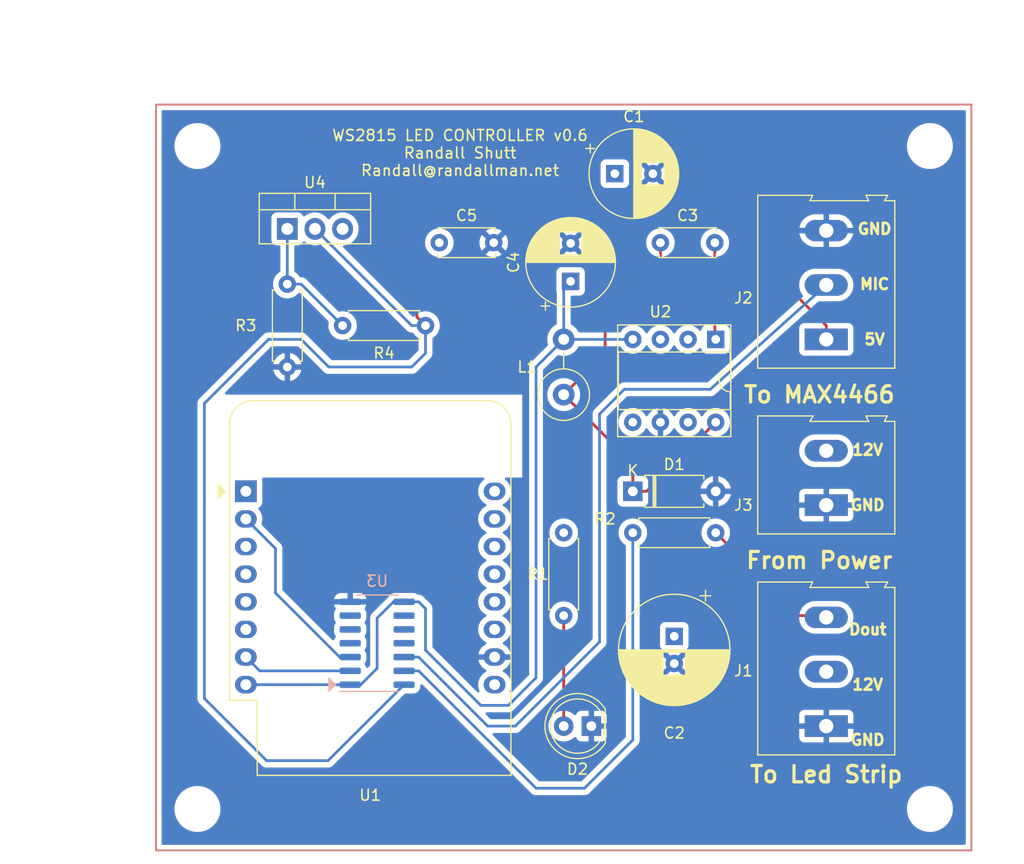
<source format=kicad_pcb>
(kicad_pcb (version 20211014) (generator pcbnew)
  (layers (0 "F.Cu" signal) (31 "B.Cu" signal) (34 "B.Paste" user) (35 "F.Paste" user) (36 "B.SilkS" user "B.Silkscreen") (37 "F.SilkS" user "F.Silkscreen") (38 "B.Mask" user) (39 "F.Mask" user) (44 "Edge.Cuts" user))
  (net 0 "")
  (net 1 "GND")
  (net 2 "12VDC")
  (net 3 "Net-(C3-Pad2)")
  (net 4 "Net-(C3-Pad1)")
  (net 5 "3V3DC")
  (net 6 "Net-(D2-Pad2)")
  (net 7 "Net-(J1-Pad3)")
  (net 8 "Net-(J2-Pad2)")
  (net 9 "5VDC")
  (net 10 "Net-(R2-Pad2)")
  (net 11 "Net-(R3-Pad1)")
  (net 12 "Net-(U1-Pad16)")
  (net 13 "Net-(U1-Pad15)")
  (net 14 "Net-(U1-Pad14)")
  (net 15 "Net-(U1-Pad13)")
  (net 16 "Net-(U1-Pad12)")
  (net 17 "Net-(U1-Pad11)")
  (net 18 "Net-(U1-Pad9)")
  (net 19 "Net-(U1-Pad7)")
  (net 20 "Net-(U1-Pad6)")
  (net 21 "Net-(U1-Pad5)")
  (net 22 "Net-(U1-Pad4)")
  (net 23 "Net-(U1-Pad3)")
  (net 24 "Net-(U1-Pad1)")
  (net 25 "Net-(U1-Pad2)")
  (net 26 "Net-(U2-Pad3)")
  (net 27 "Net-(U2-Pad2)")
  (net 28 "Net-(U2-Pad5)")
  (net 29 "Net-(U3-Pad11)")
  (net 30 "Net-(U3-Pad10)")
  (net 31 "Net-(U3-Pad9)")
  (net 32 "Net-(U3-Pad6)")
  (net 33 "Net-(U3-Pad5)")
  (net 34 "Net-(U3-Pad4)")
  (footprint "Capacitor_THT:CP_Radial_D10.0mm_P2.50mm" (layer "F.Cu") (at 172.72 109.855 -90)
    (fp_text reference "C2" (at 8.89 0 180) (layer "F.SilkS"))
    (fp_text value "1000uF")
    (pad "1" thru_hole rect locked (at 0 0 270) (size 1.6 1.6) (drill 0.8) (layers *.Cu *.Mask) (net 2 "12VDC"))
    (pad "2" thru_hole circle locked (at 2.5 0 270) (size 1.6 1.6) (drill 0.8) (layers *.Cu *.Mask) (net 1 "GND"))
  )
  (footprint "Capacitor_THT:C_Disc_D5.0mm_W2.5mm_P5.00mm" (layer "F.Cu") (at 171.45 73.66)
    (fp_text reference "C3" (at 2.5 -2.5) (layer "F.SilkS"))
    (fp_text value "0.01uF")
    (pad "1" thru_hole circle locked (at 0 0) (size 1.6 1.6) (drill 0.8) (layers *.Cu *.Mask) (net 4 "Net-(C3-Pad1)"))
    (pad "2" thru_hole circle locked (at 5 0) (size 1.6 1.6) (drill 0.8) (layers *.Cu *.Mask) (net 3 "Net-(C3-Pad2)"))
  )
  (footprint "Capacitor_THT:CP_Radial_D8.0mm_P3.50mm" (layer "F.Cu") (at 163.195 77.217651 90)
    (fp_text reference "C4" (at 1.75 -5.25 90) (layer "F.SilkS"))
    (fp_text value "100uF OSCON-SEP")
    (pad "1" thru_hole rect locked (at 0 0 90) (size 1.6 1.6) (drill 0.8) (layers *.Cu *.Mask) (net 5 "3V3DC"))
    (pad "2" thru_hole circle locked (at 3.5 0 90) (size 1.6 1.6) (drill 0.8) (layers *.Cu *.Mask) (net 1 "GND"))
  )
  (footprint "LED_THT:LED_D5.0mm_Clear" (layer "F.Cu") (at 165.1 118.11 180)
    (fp_text reference "D2" (at 1.27 -3.96) (layer "F.SilkS"))
    (fp_text value "LED")
    (pad "1" thru_hole rect locked (at 0 0 180) (size 1.8 1.8) (drill 0.9) (layers *.Cu *.Mask) (net 1 "GND"))
    (pad "2" thru_hole circle locked (at 2.54 0 180) (size 1.8 1.8) (drill 0.9) (layers *.Cu *.Mask) (net 6 "Net-(D2-Pad2)"))
  )
  (footprint "TerminalBlock:TerminalBlock_Altech_AK300-3_P5.00mm" (layer "F.Cu") (at 186.69 118.11 90)
    (fp_text reference "J1" (at 5.08 -7.62 180) (layer "F.SilkS"))
    (fp_text value "Terminal to WS2815 12V Strips (300 x 2)")
    (pad "1" thru_hole rect locked (at 0 0 90) (size 1.98 3.96) (drill 1.32) (layers *.Cu *.Mask) (net 1 "GND"))
    (pad "2" thru_hole oval locked (at 5 0 90) (size 1.98 3.96) (drill 1.32) (layers *.Cu *.Mask) (net 2 "12VDC"))
    (pad "3" thru_hole oval locked (at 10 0 90) (size 1.98 3.96) (drill 1.32) (layers *.Cu *.Mask) (net 7 "Net-(J1-Pad3)"))
  )
  (footprint "TerminalBlock:TerminalBlock_Altech_AK300-3_P5.00mm" (layer "F.Cu") (at 186.69 82.55 90)
    (fp_text reference "J2" (at 3.81 -7.62 180) (layer "F.SilkS"))
    (fp_text value "Terminal to MAX4466")
    (pad "1" thru_hole rect locked (at 0 0 90) (size 1.98 3.96) (drill 1.32) (layers *.Cu *.Mask) (net 9 "5VDC"))
    (pad "2" thru_hole oval locked (at 5 0 90) (size 1.98 3.96) (drill 1.32) (layers *.Cu *.Mask) (net 8 "Net-(J2-Pad2)"))
    (pad "3" thru_hole oval locked (at 10 0 90) (size 1.98 3.96) (drill 1.32) (layers *.Cu *.Mask) (net 1 "GND"))
  )
  (footprint "TerminalBlock:TerminalBlock_Altech_AK300-2_P5.00mm" (layer "F.Cu") (at 186.69 97.79 90)
    (fp_text reference "J3" (at 0 -7.62 180) (layer "F.SilkS"))
    (fp_text value "Terminal PWR")
    (pad "1" thru_hole rect locked (at 0 0 90) (size 1.98 3.96) (drill 1.32) (layers *.Cu *.Mask) (net 1 "GND"))
    (pad "2" thru_hole oval locked (at 5 0 90) (size 1.98 3.96) (drill 1.32) (layers *.Cu *.Mask) (net 2 "12VDC"))
  )
  (footprint "Inductor_THT:L_Axial_L14.0mm_D4.5mm_P5.08mm_Vertical_Fastron_LACC" (layer "F.Cu") (at 162.56 87.63 90)
    (fp_text reference "L1" (at 2.54 -3.37) (layer "F.SilkS"))
    (fp_text value "68uH B78148E")
    (pad "1" thru_hole circle locked (at 0 0 90) (size 2 2) (drill 1) (layers *.Cu *.Mask) (net 4 "Net-(C3-Pad1)"))
    (pad "2" thru_hole oval locked (at 5.08 0 90) (size 2 2) (drill 1) (layers *.Cu *.Mask) (net 5 "3V3DC"))
  )
  (footprint "Resistor_THT:R_Axial_DIN0207_L6.3mm_D2.5mm_P7.62mm_Horizontal" (layer "F.Cu") (at 142.24 81.28)
    (fp_text reference "R4" (at 3.81 2.54 180) (layer "F.SilkS"))
    (fp_text value "330")
    (pad "1" thru_hole circle locked (at 0 0) (size 1.6 1.6) (drill 0.8) (layers *.Cu *.Mask) (net 11 "Net-(R3-Pad1)"))
    (pad "2" thru_hole oval locked (at 7.62 0) (size 1.6 1.6) (drill 0.8) (layers *.Cu *.Mask) (net 9 "5VDC"))
  )
  (footprint "Package_DIP:DIP-8_W7.62mm_Socket" (layer "F.Cu") (at 176.53 82.55 -90)
    (fp_text reference "U2" (at -2.54 5.08 180) (layer "F.SilkS"))
    (fp_text value "LM2674N-3.3/NOPB")
    (pad "1" thru_hole rect locked (at 0 0 270) (size 1.6 1.6) (drill 0.8) (layers *.Cu *.Mask) (net 3 "Net-(C3-Pad2)"))
    (pad "2" thru_hole oval locked (at 0 2.54 270) (size 1.6 1.6) (drill 0.8) (layers *.Cu *.Mask) (net 27 "Net-(U2-Pad2)"))
    (pad "3" thru_hole oval locked (at 0 5.08 270) (size 1.6 1.6) (drill 0.8) (layers *.Cu *.Mask) (net 26 "Net-(U2-Pad3)"))
    (pad "4" thru_hole oval locked (at 0 7.62 270) (size 1.6 1.6) (drill 0.8) (layers *.Cu *.Mask) (net 5 "3V3DC"))
    (pad "5" thru_hole oval locked (at 7.62 7.62 270) (size 1.6 1.6) (drill 0.8) (layers *.Cu *.Mask) (net 28 "Net-(U2-Pad5)"))
    (pad "6" thru_hole oval locked (at 7.62 5.08 270) (size 1.6 1.6) (drill 0.8) (layers *.Cu *.Mask) (net 1 "GND"))
    (pad "7" thru_hole oval locked (at 7.62 2.54 270) (size 1.6 1.6) (drill 0.8) (layers *.Cu *.Mask) (net 2 "12VDC"))
    (pad "8" thru_hole oval locked (at 7.62 0 270) (size 1.6 1.6) (drill 0.8) (layers *.Cu *.Mask) (net 4 "Net-(C3-Pad1)"))
  )
  (footprint "Resistor_THT:R_Axial_DIN0207_L6.3mm_D2.5mm_P7.62mm_Horizontal" (layer "F.Cu") (at 137.16 77.47 -90)
    (fp_text reference "R3" (at 3.81 3.81 180) (layer "F.SilkS"))
    (fp_text value "1000")
    (pad "1" thru_hole circle locked (at 0 0 270) (size 1.6 1.6) (drill 0.8) (layers *.Cu *.Mask) (net 11 "Net-(R3-Pad1)"))
    (pad "2" thru_hole oval locked (at 7.62 0 270) (size 1.6 1.6) (drill 0.8) (layers *.Cu *.Mask) (net 1 "GND"))
  )
  (footprint "Resistor_THT:R_Axial_DIN0207_L6.3mm_D2.5mm_P7.62mm_Horizontal" (layer "F.Cu") (at 176.53 100.33 180)
    (fp_text reference "R2" (at 10.16 1.27 180) (layer "F.SilkS"))
    (fp_text value "390")
    (pad "1" thru_hole circle locked (at 0 0 180) (size 1.6 1.6) (drill 0.8) (layers *.Cu *.Mask) (net 7 "Net-(J1-Pad3)"))
    (pad "2" thru_hole oval locked (at 7.62 0 180) (size 1.6 1.6) (drill 0.8) (layers *.Cu *.Mask) (net 10 "Net-(R2-Pad2)"))
  )
  (footprint "Capacitor_THT:CP_Radial_D8.0mm_P3.50mm" (layer "F.Cu") (at 167.257349 67.31)
    (fp_text reference "C1" (at 1.75 -5.25) (layer "F.SilkS"))
    (fp_text value "100uF OSCON-SEP")
    (pad "1" thru_hole rect locked (at 0 0) (size 1.6 1.6) (drill 0.8) (layers *.Cu *.Mask) (net 2 "12VDC"))
    (pad "2" thru_hole circle locked (at 3.5 0) (size 1.6 1.6) (drill 0.8) (layers *.Cu *.Mask) (net 1 "GND"))
  )
  (footprint "Diode_THT:D_A-405_P7.62mm_Horizontal" (layer "F.Cu") (at 168.91 96.52)
    (fp_text reference "D1" (at 3.81 -2.47) (layer "F.SilkS"))
    (fp_text value "11DQ05TA")
    (fp_text user "K" (at 0 -1.9) (layer "F.SilkS"))
    (pad "1" thru_hole rect locked (at 0 0) (size 1.8 1.8) (drill 0.9) (layers *.Cu *.Mask) (net 4 "Net-(C3-Pad1)"))
    (pad "2" thru_hole oval locked (at 7.62 0) (size 1.8 1.8) (drill 0.9) (layers *.Cu *.Mask) (net 1 "GND"))
  )
  (footprint "Capacitor_THT:C_Disc_D5.0mm_W2.5mm_P5.00mm" (layer "F.Cu") (at 151.13 73.66)
    (fp_text reference "C5" (at 2.5 -2.5) (layer "F.SilkS"))
    (fp_text value "0.1uF")
    (pad "1" thru_hole circle locked (at 0 0) (size 1.6 1.6) (drill 0.8) (layers *.Cu *.Mask) (net 2 "12VDC"))
    (pad "2" thru_hole circle locked (at 5 0) (size 1.6 1.6) (drill 0.8) (layers *.Cu *.Mask) (net 1 "GND"))
  )
  (footprint "Module:WEMOS_D1_mini_light" (layer "F.Cu") (at 133.35 96.52)
    (fp_text reference "U1" (at 11.43 27.94) (layer "F.SilkS"))
    (fp_text value "WeMos_D1_mini")
    (pad "1" thru_hole rect locked (at 0 0) (size 2 2) (drill 1) (layers *.Cu *.Mask) (net 24 "Net-(U1-Pad1)"))
    (pad "2" thru_hole oval locked (at 0 2.54) (size 2 1.6) (drill 1) (layers *.Cu *.Mask) (net 25 "Net-(U1-Pad2)"))
    (pad "3" thru_hole oval locked (at 0 5.08) (size 2 1.6) (drill 1) (layers *.Cu *.Mask) (net 23 "Net-(U1-Pad3)"))
    (pad "4" thru_hole oval locked (at 0 7.62) (size 2 1.6) (drill 1) (layers *.Cu *.Mask) (net 22 "Net-(U1-Pad4)"))
    (pad "5" thru_hole oval locked (at 0 10.16) (size 2 1.6) (drill 1) (layers *.Cu *.Mask) (net 21 "Net-(U1-Pad5)"))
    (pad "6" thru_hole oval locked (at 0 12.7) (size 2 1.6) (drill 1) (layers *.Cu *.Mask) (net 20 "Net-(U1-Pad6)"))
    (pad "7" thru_hole oval locked (at 0 15.24) (size 2 1.6) (drill 1) (layers *.Cu *.Mask) (net 19 "Net-(U1-Pad7)"))
    (pad "8" thru_hole oval locked (at 0 17.78) (size 2 1.6) (drill 1) (layers *.Cu *.Mask) (net 5 "3V3DC"))
    (pad "9" thru_hole oval locked (at 22.86 17.78) (size 2 1.6) (drill 1) (layers *.Cu *.Mask) (net 18 "Net-(U1-Pad9)"))
    (pad "10" thru_hole oval locked (at 22.86 15.24) (size 2 1.6) (drill 1) (layers *.Cu *.Mask) (net 1 "GND"))
    (pad "11" thru_hole oval locked (at 22.86 12.7) (size 2 1.6) (drill 1) (layers *.Cu *.Mask) (net 17 "Net-(U1-Pad11)"))
    (pad "12" thru_hole oval locked (at 22.86 10.16) (size 2 1.6) (drill 1) (layers *.Cu *.Mask) (net 16 "Net-(U1-Pad12)"))
    (pad "13" thru_hole oval locked (at 22.86 7.62) (size 2 1.6) (drill 1) (layers *.Cu *.Mask) (net 15 "Net-(U1-Pad13)"))
    (pad "14" thru_hole oval locked (at 22.86 5.08) (size 2 1.6) (drill 1) (layers *.Cu *.Mask) (net 14 "Net-(U1-Pad14)"))
    (pad "15" thru_hole oval locked (at 22.86 2.54) (size 2 1.6) (drill 1) (layers *.Cu *.Mask) (net 13 "Net-(U1-Pad15)"))
    (pad "16" thru_hole oval locked (at 22.86 0) (size 2 1.6) (drill 1) (layers *.Cu *.Mask) (net 12 "Net-(U1-Pad16)"))
  )
  (footprint "Package_TO_SOT_THT:TO-220-3_Vertical" (layer "F.Cu") (at 137.16 72.39)
    (fp_text reference "U4" (at 2.54 -4.27) (layer "F.SilkS"))
    (fp_text value "LM317_TO-220")
    (pad "1" thru_hole rect locked (at 0 0) (size 1.905 2) (drill 1.1) (layers *.Cu *.Mask) (net 11 "Net-(R3-Pad1)"))
    (pad "2" thru_hole oval locked (at 2.54 0) (size 1.905 2) (drill 1.1) (layers *.Cu *.Mask) (net 9 "5VDC"))
    (pad "3" thru_hole oval locked (at 5.08 0) (size 1.905 2) (drill 1.1) (layers *.Cu *.Mask) (net 2 "12VDC"))
  )
  (footprint "Resistor_THT:R_Axial_DIN0207_L6.3mm_D2.5mm_P7.62mm_Horizontal" (layer "F.Cu") (at 162.56 107.95 90)
    (fp_text reference "R1" (at 3.81 -2.37 180) (layer "F.SilkS"))
    (fp_text value "390")
    (pad "1" thru_hole circle locked (at 0 0 90) (size 1.6 1.6) (drill 0.8) (layers *.Cu *.Mask) (net 6 "Net-(D2-Pad2)"))
    (pad "2" thru_hole oval locked (at 7.62 0 90) (size 1.6 1.6) (drill 0.8) (layers *.Cu *.Mask) (net 2 "12VDC"))
  )
  (footprint "MountingHole:MountingHole_3.2mm_M3" (layer "F.Cu") (at 196.215 64.77)
    (fp_text reference "U5" hide)
    (fp_text value "MOUNTINGHOLE3.0THIN")
    (pad "" np_thru_hole circle locked (at 0 0) (size 3.2 3.2) (drill 3.2) (layers *.Cu *.Mask))
  )
  (footprint "MountingHole:MountingHole_3.2mm_M3" (layer "F.Cu") (at 196.215 125.73)
    (fp_text reference "U6" hide)
    (fp_text value "MOUNTINGHOLE3.0THIN")
    (pad "" np_thru_hole circle locked (at 0 0) (size 3.2 3.2) (drill 3.2) (layers *.Cu *.Mask))
  )
  (footprint "MountingHole:MountingHole_3.2mm_M3" (layer "F.Cu") (at 128.905 64.77)
    (fp_text reference "U7" hide)
    (fp_text value "MOUNTINGHOLE3.0THIN")
    (pad "" np_thru_hole circle locked (at 0 0) (size 3.2 3.2) (drill 3.2) (layers *.Cu *.Mask))
  )
  (footprint "MountingHole:MountingHole_3.2mm_M3" (layer "F.Cu") (at 128.905 125.73)
    (fp_text reference "U8" hide)
    (fp_text value "MOUNTINGHOLE3.0THIN")
    (pad "" np_thru_hole circle locked (at 0 0) (size 3.2 3.2) (drill 3.2) (layers *.Cu *.Mask))
  )
  (footprint "Package_SO:SOIC-14_3.9x8.7mm_P1.27mm" (layer "B.Cu") (at 145.415 110.49)
    (fp_text reference "U3" (at 0 -5.715 180) (layer "B.SilkS") (effects (justify mirror)))
    (fp_text value "TXB0104D")
    (pad "1" smd roundrect locked (at -2.475 3.81) (size 1.95 0.6) (layers "B.Cu" "B.Paste" "B.Mask") (net 5 "3V3DC"))
    (pad "2" smd roundrect locked (at -2.475 2.54) (size 1.95 0.6) (layers "B.Cu" "B.Paste" "B.Mask") (net 19 "Net-(U1-Pad7)"))
    (pad "3" smd roundrect locked (at -2.475 1.27) (size 1.95 0.6) (layers "B.Cu" "B.Paste" "B.Mask") (net 25 "Net-(U1-Pad2)"))
    (pad "4" smd roundrect locked (at -2.475 0) (size 1.95 0.6) (layers "B.Cu" "B.Paste" "B.Mask") (net 34 "Net-(U3-Pad4)"))
    (pad "5" smd roundrect locked (at -2.475 -1.27) (size 1.95 0.6) (layers "B.Cu" "B.Paste" "B.Mask") (net 33 "Net-(U3-Pad5)"))
    (pad "6" smd roundrect locked (at -2.475 -2.54) (size 1.95 0.6) (layers "B.Cu" "B.Paste" "B.Mask") (net 32 "Net-(U3-Pad6)"))
    (pad "7" smd roundrect locked (at -2.475 -3.81) (size 1.95 0.6) (layers "B.Cu" "B.Paste" "B.Mask") (net 1 "GND"))
    (pad "8" smd roundrect locked (at 2.475 -3.81) (size 1.95 0.6) (layers "B.Cu" "B.Paste" "B.Mask") (net 5 "3V3DC"))
    (pad "9" smd roundrect locked (at 2.475 -2.54) (size 1.95 0.6) (layers "B.Cu" "B.Paste" "B.Mask") (net 31 "Net-(U3-Pad9)"))
    (pad "10" smd roundrect locked (at 2.475 -1.27) (size 1.95 0.6) (layers "B.Cu" "B.Paste" "B.Mask") (net 30 "Net-(U3-Pad10)"))
    (pad "11" smd roundrect locked (at 2.475 0) (size 1.95 0.6) (layers "B.Cu" "B.Paste" "B.Mask") (net 29 "Net-(U3-Pad11)"))
    (pad "12" smd roundrect locked (at 2.475 1.27) (size 1.95 0.6) (layers "B.Cu" "B.Paste" "B.Mask") (net 8 "Net-(J2-Pad2)"))
    (pad "13" smd roundrect locked (at 2.475 2.54) (size 1.95 0.6) (layers "B.Cu" "B.Paste" "B.Mask") (net 10 "Net-(R2-Pad2)"))
    (pad "14" smd roundrect locked (at 2.475 3.81) (size 1.95 0.6) (layers "B.Cu" "B.Paste" "B.Mask") (net 9 "5VDC"))
  )
  (gr_line (start 200.025 129.54) (end 200.025 60.96) (layer "F.Cu") (width 0.15))
  (gr_line (start 200.025 60.96) (end 125.095 60.96) (layer "F.Cu") (width 0.15))
  (gr_line (start 125.095 129.54) (end 200.025 129.54) (layer "F.Cu") (width 0.15))
  (gr_line (start 125.095 60.96) (end 125.095 129.54) (layer "F.Cu") (width 0.15))
  (gr_poly (pts (xy 141.605 114.3) (xy 140.97 114.935) (xy 140.97 113.665)) (layer "B.SilkS") (width 0.1) (fill solid))
  (gr_line (start 125.095 60.96) (end 200.025 60.96) (layer "Edge.Cuts") (width 0.05))
  (gr_line (start 200.025 60.96) (end 200.025 129.54) (layer "Edge.Cuts") (width 0.05))
  (gr_line (start 125.095 129.54) (end 125.095 60.96) (layer "Edge.Cuts") (width 0.05))
  (gr_line (start 200.025 129.54) (end 125.095 129.54) (layer "Edge.Cuts") (width 0.05))
  (gr_text "12V" (at 190.5 114.3) (layer "F.SilkS") (effects (font (size 1 1) (thickness 0.25))))
  (gr_text "GND" (at 190.5 119.38) (layer "F.SilkS") (effects (font (size 1 1) (thickness 0.25))))
  (gr_text "GND" (at 191.135 72.39) (layer "F.SilkS") (effects (font (size 1 1) (thickness 0.25))))
  (gr_text "12V" (at 190.5 92.71) (layer "F.SilkS") (effects (font (size 1 1) (thickness 0.25))))
  (gr_text "GND" (at 190.5 97.79) (layer "F.SilkS") (effects (font (size 1 1) (thickness 0.25))))
  (gr_text "From Power" (at 186.055 102.87) (layer "F.SilkS") (effects (font (size 1.5 1.5) (thickness 0.3))))
  (gr_text "MIC" (at 191.135 77.47) (layer "F.SilkS") (effects (font (size 1 1) (thickness 0.25))))
  (gr_text "5V" (at 191.135 82.55) (layer "F.SilkS") (effects (font (size 1 1) (thickness 0.25))))
  (gr_text "To MAX4466" (at 186.055 87.63) (layer "F.SilkS") (effects (font (size 1.5 1.5) (thickness 0.3))))
  (gr_text "WS2815 LED CONTROLLER v0.6\nRandall Shutt\nRandall@randallman.net" (at 153.035 65.405) (layer "F.SilkS") (effects (font (size 1 1))))
  (gr_text "To Led Strip" (at 186.69 122.555) (layer "F.SilkS") (effects (font (size 1.5 1.5) (thickness 0.3))))
  (gr_text "Dout" (at 190.5 109.22) (layer "F.SilkS") (effects (font (size 1 1) (thickness 0.25))))
  (segment (start 176.45 73.66) (end 176.45 82.47) (width 0.25) (layer "F.Cu") (net 3))
  (segment (start 176.45 82.47) (end 176.53 82.55) (width 0.25) (layer "F.Cu") (net 3))
  (segment (start 166.37 80.645) (end 166.37 83.82) (width 0.25) (layer "F.Cu") (net 4))
  (segment (start 170.18 96.52) (end 168.91 96.52) (width 0.25) (layer "F.Cu") (net 4))
  (segment (start 171.45 73.66) (end 171.45 75.565) (width 0.25) (layer "F.Cu") (net 4))
  (segment (start 168.91 93.98) (end 162.56 87.63) (width 0.25) (layer "F.Cu") (net 4))
  (segment (start 176.53 90.17) (end 170.18 96.52) (width 0.25) (layer "F.Cu") (net 4))
  (segment (start 168.91 96.52) (end 168.91 93.98) (width 0.25) (layer "F.Cu") (net 4))
  (segment (start 166.37 83.82) (end 162.56 87.63) (width 0.25) (layer "F.Cu") (net 4))
  (segment (start 171.45 75.565) (end 166.37 80.645) (width 0.25) (layer "F.Cu") (net 4))
  (segment (start 146.915 106.68) (end 147.89 106.68) (width 0.25) (layer "B.Cu") (net 5))
  (segment (start 162.56 77.852651) (end 163.195 77.217651) (width 0.25) (layer "B.Cu") (net 5))
  (segment (start 145.415 112.8) (end 143.915 114.3) (width 0.25) (layer "B.Cu") (net 5))
  (segment (start 162.56 82.55) (end 162.56 77.852651) (width 0.25) (layer "B.Cu") (net 5))
  (segment (start 154.94 116.205) (end 149.86 111.125) (width 0.25) (layer "B.Cu") (net 5))
  (segment (start 160.02 85.09) (end 160.02 113.665) (width 0.25) (layer "B.Cu") (net 5))
  (segment (start 149.86 107.315) (end 149.225 106.68) (width 0.25) (layer "B.Cu") (net 5))
  (segment (start 168.91 82.55) (end 162.56 82.55) (width 0.25) (layer "B.Cu") (net 5))
  (segment (start 149.225 106.68) (end 147.89 106.68) (width 0.25) (layer "B.Cu") (net 5))
  (segment (start 145.415 108.18) (end 145.415 112.8) (width 0.25) (layer "B.Cu") (net 5))
  (segment (start 162.56 82.55) (end 160.02 85.09) (width 0.25) (layer "B.Cu") (net 5))
  (segment (start 158.115 115.57) (end 157.48 116.205) (width 0.25) (layer "B.Cu") (net 5))
  (segment (start 157.48 116.205) (end 154.94 116.205) (width 0.25) (layer "B.Cu") (net 5))
  (segment (start 149.86 111.125) (end 149.86 107.315) (width 0.25) (layer "B.Cu") (net 5))
  (segment (start 143.915 114.3) (end 142.94 114.3) (width 0.25) (layer "B.Cu") (net 5))
  (segment (start 142.94 114.3) (end 133.35 114.3) (width 0.25) (layer "B.Cu") (net 5))
  (segment (start 160.02 113.665) (end 157.48 116.205) (width 0.25) (layer "B.Cu") (net 5))
  (segment (start 145.415 108.18) (end 146.915 106.68) (width 0.25) (layer "B.Cu") (net 5))
  (segment (start 162.56 107.95) (end 162.56 118.11) (width 0.25) (layer "F.Cu") (net 6))
  (segment (start 184.15 107.95) (end 176.53 100.33) (width 0.25) (layer "F.Cu") (net 7))
  (segment (start 186.53 107.95) (end 186.69 108.11) (width 0.25) (layer "F.Cu") (net 7))
  (segment (start 184.15 107.95) (end 186.53 107.95) (width 0.25) (layer "F.Cu") (net 7))
  (segment (start 149.225 111.76) (end 147.89 111.76) (width 0.25) (layer "B.Cu") (net 8))
  (segment (start 186.69 77.55) (end 176.040222 87.140222) (width 0.25) (layer "B.Cu") (net 8))
  (segment (start 158.115 118.11) (end 155.575 118.11) (width 0.25) (layer "B.Cu") (net 8))
  (segment (start 165.854999 89.415001) (end 165.854999 110.370001) (width 0.25) (layer "B.Cu") (net 8))
  (segment (start 168.129778 87.140222) (end 165.854999 89.415001) (width 0.25) (layer "B.Cu") (net 8))
  (segment (start 148.865 111.76) (end 147.89 111.76) (width 0.25) (layer "B.Cu") (net 8))
  (segment (start 176.040222 87.140222) (end 168.129778 87.140222) (width 0.25) (layer "B.Cu") (net 8))
  (segment (start 155.575 118.11) (end 149.225 111.76) (width 0.25) (layer "B.Cu") (net 8))
  (segment (start 165.854999 110.370001) (end 158.115 118.11) (width 0.25) (layer "B.Cu") (net 8))
  (segment (start 182.245 76.835) (end 182.245 68.58) (width 0.25) (layer "F.Cu") (net 9))
  (segment (start 182.245 68.58) (end 176.53 62.865) (width 0.25) (layer "F.Cu") (net 9))
  (segment (start 149.86 68.58) (end 149.060001 69.379999) (width 0.25) (layer "F.Cu") (net 9))
  (segment (start 149.060001 80.480001) (end 149.86 81.28) (width 0.25) (layer "F.Cu") (net 9))
  (segment (start 162.56 68.58) (end 149.86 68.58) (width 0.25) (layer "F.Cu") (net 9))
  (segment (start 168.275 62.865) (end 162.56 68.58) (width 0.25) (layer "F.Cu") (net 9))
  (segment (start 186.69 82.55) (end 186.69 81.28) (width 0.25) (layer "F.Cu") (net 9))
  (segment (start 186.69 81.28) (end 182.245 76.835) (width 0.25) (layer "F.Cu") (net 9))
  (segment (start 149.060001 69.379999) (end 149.060001 80.480001) (width 0.25) (layer "F.Cu") (net 9))
  (segment (start 176.53 62.865) (end 168.275 62.865) (width 0.25) (layer "F.Cu") (net 9))
  (segment (start 140.97 85.09) (end 148.59 85.09) (width 0.25) (layer "B.Cu") (net 9))
  (segment (start 140.905 121.285) (end 135.255 121.285) (width 0.25) (layer "B.Cu") (net 9))
  (segment (start 138.43 82.55) (end 140.97 85.09) (width 0.25) (layer "B.Cu") (net 9))
  (segment (start 135.255 121.285) (end 129.54 115.57) (width 0.25) (layer "B.Cu") (net 9))
  (segment (start 139.7 72.39) (end 148.59 81.28) (width 0.25) (layer "B.Cu") (net 9))
  (segment (start 148.59 81.28) (end 149.86 81.28) (width 0.25) (layer "B.Cu") (net 9))
  (segment (start 129.54 115.57) (end 129.54 88.440364) (width 0.25) (layer "B.Cu") (net 9))
  (segment (start 149.86 83.82) (end 149.86 81.28) (width 0.25) (layer "B.Cu") (net 9))
  (segment (start 129.54 88.440364) (end 135.430364 82.55) (width 0.25) (layer "B.Cu") (net 9))
  (segment (start 147.89 114.3) (end 140.905 121.285) (width 0.25) (layer "B.Cu") (net 9))
  (segment (start 148.59 85.09) (end 149.86 83.82) (width 0.25) (layer "B.Cu") (net 9))
  (segment (start 135.430364 82.55) (end 138.43 82.55) (width 0.25) (layer "B.Cu") (net 9))
  (segment (start 168.91 119.38) (end 164.465 123.825) (width 0.25) (layer "B.Cu") (net 10))
  (segment (start 149.225 113.03) (end 147.89 113.03) (width 0.25) (layer "B.Cu") (net 10))
  (segment (start 168.91 100.33) (end 168.91 119.38) (width 0.25) (layer "B.Cu") (net 10))
  (segment (start 154.305 118.11) (end 149.225 113.03) (width 0.25) (layer "B.Cu") (net 10))
  (segment (start 160.02 123.825) (end 154.305 118.11) (width 0.25) (layer "B.Cu") (net 10))
  (segment (start 164.465 123.825) (end 160.02 123.825) (width 0.25) (layer "B.Cu") (net 10))
  (segment (start 137.16 77.47) (end 137.16 72.39) (width 0.25) (layer "B.Cu") (net 11))
  (segment (start 138.43 77.47) (end 137.16 77.47) (width 0.25) (layer "B.Cu") (net 11))
  (segment (start 142.24 81.28) (end 138.43 77.47) (width 0.25) (layer "B.Cu") (net 11))
  (segment (start 142.94 113.03) (end 134.62 113.03) (width 0.25) (layer "B.Cu") (net 19))
  (segment (start 134.62 113.03) (end 133.35 111.76) (width 0.25) (layer "B.Cu") (net 19))
  (segment (start 141.965 111.76) (end 136.07 105.865) (width 0.25) (layer "B.Cu") (net 25))
  (segment (start 136.07 105.865) (end 136.07 101.78) (width 0.25) (layer "B.Cu") (net 25))
  (segment (start 142.94 111.76) (end 141.965 111.76) (width 0.25) (layer "B.Cu") (net 25))
  (segment (start 136.07 101.78) (end 133.35 99.06) (width 0.25) (layer "B.Cu") (net 25))
  (segment (start 134.67501 100.38501) (end 133.35 99.06) (width 0.25) (layer "B.Cu") (net 25))
  (zone (net 0) (net_name "") (layers F&B.Cu) (connect_pads (clearance 0)) (min_thickness 0.254)
    (keepout (tracks not_allowed) (vias not_allowed) (pads allowed) (copperpour not_allowed) (footprints allowed))
    (fill (thermal_gap 0.508) (thermal_bridge_width 0.508))
    (polygon (pts (xy 158.75 95.25) (xy 130.81 95.25) (xy 130.81 87.63) (xy 158.75 87.63)))
  )
  (zone (net 1) (net_name "GND") (layer "B.Cu") (connect_pads (clearance 0.508)) (min_thickness 0.254) (fill yes (thermal_gap 0.508) (thermal_bridge_width 0.508))
    (polygon (pts (xy 200.025 129.54) (xy 125.095 129.54) (xy 125.095 60.96) (xy 200.025 60.96)))
  )
)
</source>
